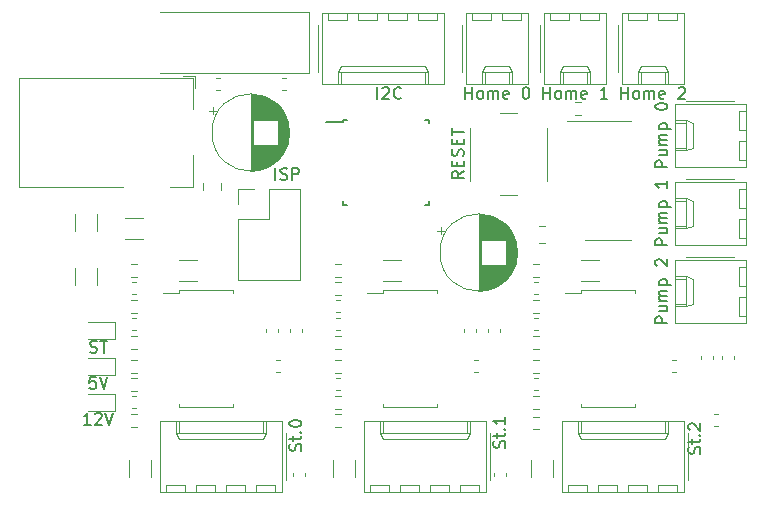
<source format=gbr>
%TF.GenerationSoftware,KiCad,Pcbnew,5.1.9+dfsg1-1*%
%TF.CreationDate,2021-12-01T21:23:14+01:00*%
%TF.ProjectId,stepper_board,73746570-7065-4725-9f62-6f6172642e6b,rev?*%
%TF.SameCoordinates,Original*%
%TF.FileFunction,Legend,Top*%
%TF.FilePolarity,Positive*%
%FSLAX46Y46*%
G04 Gerber Fmt 4.6, Leading zero omitted, Abs format (unit mm)*
G04 Created by KiCad (PCBNEW 5.1.9+dfsg1-1) date 2021-12-01 21:23:14*
%MOMM*%
%LPD*%
G01*
G04 APERTURE LIST*
%ADD10C,0.120000*%
%ADD11C,0.150000*%
G04 APERTURE END LIST*
D10*
%TO.C,C11*%
X129542000Y-84441420D02*
X129542000Y-84722580D01*
X128522000Y-84441420D02*
X128522000Y-84722580D01*
%TO.C,R34*%
X78977258Y-84821500D02*
X78502742Y-84821500D01*
X78977258Y-85866500D02*
X78502742Y-85866500D01*
%TO.C,R2*%
X95774742Y-77738500D02*
X96249258Y-77738500D01*
X95774742Y-76693500D02*
X96249258Y-76693500D01*
%TO.C,C1*%
X96152580Y-80774000D02*
X95871420Y-80774000D01*
X96152580Y-79754000D02*
X95871420Y-79754000D01*
%TO.C,C2*%
X96152580Y-82298000D02*
X95871420Y-82298000D01*
X96152580Y-81278000D02*
X95871420Y-81278000D01*
%TO.C,C3*%
X96152580Y-87378000D02*
X95871420Y-87378000D01*
X96152580Y-86358000D02*
X95871420Y-86358000D01*
%TO.C,C4*%
X106678000Y-82436580D02*
X106678000Y-82155420D01*
X107698000Y-82436580D02*
X107698000Y-82155420D01*
%TO.C,C5*%
X109730000Y-82155420D02*
X109730000Y-82436580D01*
X108710000Y-82155420D02*
X108710000Y-82436580D01*
%TO.C,C6*%
X107836580Y-84834000D02*
X107555420Y-84834000D01*
X107836580Y-85854000D02*
X107555420Y-85854000D01*
%TO.C,C7*%
X112916580Y-78230000D02*
X112635420Y-78230000D01*
X112916580Y-79250000D02*
X112635420Y-79250000D01*
%TO.C,C8*%
X112916580Y-82298000D02*
X112635420Y-82298000D01*
X112916580Y-81278000D02*
X112635420Y-81278000D01*
%TO.C,C9*%
X112916580Y-87378000D02*
X112635420Y-87378000D01*
X112916580Y-86358000D02*
X112635420Y-86358000D01*
%TO.C,C10*%
X127764000Y-84722580D02*
X127764000Y-84441420D01*
X126744000Y-84722580D02*
X126744000Y-84441420D01*
%TO.C,C12*%
X124600580Y-84834000D02*
X124319420Y-84834000D01*
X124600580Y-85854000D02*
X124319420Y-85854000D01*
%TO.C,C14*%
X104744759Y-73538000D02*
X104744759Y-74168000D01*
X104429759Y-73853000D02*
X105059759Y-73853000D01*
X111171000Y-75290000D02*
X111171000Y-76094000D01*
X111131000Y-75059000D02*
X111131000Y-76325000D01*
X111091000Y-74890000D02*
X111091000Y-76494000D01*
X111051000Y-74752000D02*
X111051000Y-76632000D01*
X111011000Y-74633000D02*
X111011000Y-76751000D01*
X110971000Y-74527000D02*
X110971000Y-76857000D01*
X110931000Y-74430000D02*
X110931000Y-76954000D01*
X110891000Y-74342000D02*
X110891000Y-77042000D01*
X110851000Y-74260000D02*
X110851000Y-77124000D01*
X110811000Y-74183000D02*
X110811000Y-77201000D01*
X110771000Y-74111000D02*
X110771000Y-77273000D01*
X110731000Y-74042000D02*
X110731000Y-77342000D01*
X110691000Y-73978000D02*
X110691000Y-77406000D01*
X110651000Y-73916000D02*
X110651000Y-77468000D01*
X110611000Y-73858000D02*
X110611000Y-77526000D01*
X110571000Y-73802000D02*
X110571000Y-77582000D01*
X110531000Y-73748000D02*
X110531000Y-77636000D01*
X110491000Y-73697000D02*
X110491000Y-77687000D01*
X110451000Y-73648000D02*
X110451000Y-77736000D01*
X110411000Y-73600000D02*
X110411000Y-77784000D01*
X110371000Y-73555000D02*
X110371000Y-77829000D01*
X110331000Y-73510000D02*
X110331000Y-77874000D01*
X110291000Y-73468000D02*
X110291000Y-77916000D01*
X110251000Y-73427000D02*
X110251000Y-77957000D01*
X110211000Y-76732000D02*
X110211000Y-77997000D01*
X110211000Y-73387000D02*
X110211000Y-74652000D01*
X110171000Y-76732000D02*
X110171000Y-78035000D01*
X110171000Y-73349000D02*
X110171000Y-74652000D01*
X110131000Y-76732000D02*
X110131000Y-78072000D01*
X110131000Y-73312000D02*
X110131000Y-74652000D01*
X110091000Y-76732000D02*
X110091000Y-78108000D01*
X110091000Y-73276000D02*
X110091000Y-74652000D01*
X110051000Y-76732000D02*
X110051000Y-78142000D01*
X110051000Y-73242000D02*
X110051000Y-74652000D01*
X110011000Y-76732000D02*
X110011000Y-78176000D01*
X110011000Y-73208000D02*
X110011000Y-74652000D01*
X109971000Y-76732000D02*
X109971000Y-78208000D01*
X109971000Y-73176000D02*
X109971000Y-74652000D01*
X109931000Y-76732000D02*
X109931000Y-78240000D01*
X109931000Y-73144000D02*
X109931000Y-74652000D01*
X109891000Y-76732000D02*
X109891000Y-78270000D01*
X109891000Y-73114000D02*
X109891000Y-74652000D01*
X109851000Y-76732000D02*
X109851000Y-78299000D01*
X109851000Y-73085000D02*
X109851000Y-74652000D01*
X109811000Y-76732000D02*
X109811000Y-78328000D01*
X109811000Y-73056000D02*
X109811000Y-74652000D01*
X109771000Y-76732000D02*
X109771000Y-78356000D01*
X109771000Y-73028000D02*
X109771000Y-74652000D01*
X109731000Y-76732000D02*
X109731000Y-78382000D01*
X109731000Y-73002000D02*
X109731000Y-74652000D01*
X109691000Y-76732000D02*
X109691000Y-78408000D01*
X109691000Y-72976000D02*
X109691000Y-74652000D01*
X109651000Y-76732000D02*
X109651000Y-78434000D01*
X109651000Y-72950000D02*
X109651000Y-74652000D01*
X109611000Y-76732000D02*
X109611000Y-78458000D01*
X109611000Y-72926000D02*
X109611000Y-74652000D01*
X109571000Y-76732000D02*
X109571000Y-78482000D01*
X109571000Y-72902000D02*
X109571000Y-74652000D01*
X109531000Y-76732000D02*
X109531000Y-78504000D01*
X109531000Y-72880000D02*
X109531000Y-74652000D01*
X109491000Y-76732000D02*
X109491000Y-78526000D01*
X109491000Y-72858000D02*
X109491000Y-74652000D01*
X109451000Y-76732000D02*
X109451000Y-78548000D01*
X109451000Y-72836000D02*
X109451000Y-74652000D01*
X109411000Y-76732000D02*
X109411000Y-78568000D01*
X109411000Y-72816000D02*
X109411000Y-74652000D01*
X109371000Y-76732000D02*
X109371000Y-78588000D01*
X109371000Y-72796000D02*
X109371000Y-74652000D01*
X109331000Y-76732000D02*
X109331000Y-78608000D01*
X109331000Y-72776000D02*
X109331000Y-74652000D01*
X109291000Y-76732000D02*
X109291000Y-78626000D01*
X109291000Y-72758000D02*
X109291000Y-74652000D01*
X109251000Y-76732000D02*
X109251000Y-78644000D01*
X109251000Y-72740000D02*
X109251000Y-74652000D01*
X109211000Y-76732000D02*
X109211000Y-78662000D01*
X109211000Y-72722000D02*
X109211000Y-74652000D01*
X109171000Y-76732000D02*
X109171000Y-78678000D01*
X109171000Y-72706000D02*
X109171000Y-74652000D01*
X109131000Y-76732000D02*
X109131000Y-78694000D01*
X109131000Y-72690000D02*
X109131000Y-74652000D01*
X109091000Y-76732000D02*
X109091000Y-78710000D01*
X109091000Y-72674000D02*
X109091000Y-74652000D01*
X109051000Y-76732000D02*
X109051000Y-78725000D01*
X109051000Y-72659000D02*
X109051000Y-74652000D01*
X109011000Y-76732000D02*
X109011000Y-78739000D01*
X109011000Y-72645000D02*
X109011000Y-74652000D01*
X108971000Y-76732000D02*
X108971000Y-78753000D01*
X108971000Y-72631000D02*
X108971000Y-74652000D01*
X108931000Y-76732000D02*
X108931000Y-78766000D01*
X108931000Y-72618000D02*
X108931000Y-74652000D01*
X108891000Y-76732000D02*
X108891000Y-78778000D01*
X108891000Y-72606000D02*
X108891000Y-74652000D01*
X108851000Y-76732000D02*
X108851000Y-78790000D01*
X108851000Y-72594000D02*
X108851000Y-74652000D01*
X108811000Y-76732000D02*
X108811000Y-78802000D01*
X108811000Y-72582000D02*
X108811000Y-74652000D01*
X108771000Y-76732000D02*
X108771000Y-78813000D01*
X108771000Y-72571000D02*
X108771000Y-74652000D01*
X108731000Y-76732000D02*
X108731000Y-78823000D01*
X108731000Y-72561000D02*
X108731000Y-74652000D01*
X108691000Y-76732000D02*
X108691000Y-78833000D01*
X108691000Y-72551000D02*
X108691000Y-74652000D01*
X108651000Y-76732000D02*
X108651000Y-78842000D01*
X108651000Y-72542000D02*
X108651000Y-74652000D01*
X108610000Y-76732000D02*
X108610000Y-78851000D01*
X108610000Y-72533000D02*
X108610000Y-74652000D01*
X108570000Y-76732000D02*
X108570000Y-78859000D01*
X108570000Y-72525000D02*
X108570000Y-74652000D01*
X108530000Y-76732000D02*
X108530000Y-78867000D01*
X108530000Y-72517000D02*
X108530000Y-74652000D01*
X108490000Y-76732000D02*
X108490000Y-78874000D01*
X108490000Y-72510000D02*
X108490000Y-74652000D01*
X108450000Y-76732000D02*
X108450000Y-78881000D01*
X108450000Y-72503000D02*
X108450000Y-74652000D01*
X108410000Y-76732000D02*
X108410000Y-78887000D01*
X108410000Y-72497000D02*
X108410000Y-74652000D01*
X108370000Y-76732000D02*
X108370000Y-78893000D01*
X108370000Y-72491000D02*
X108370000Y-74652000D01*
X108330000Y-76732000D02*
X108330000Y-78898000D01*
X108330000Y-72486000D02*
X108330000Y-74652000D01*
X108290000Y-76732000D02*
X108290000Y-78903000D01*
X108290000Y-72481000D02*
X108290000Y-74652000D01*
X108250000Y-76732000D02*
X108250000Y-78907000D01*
X108250000Y-72477000D02*
X108250000Y-74652000D01*
X108210000Y-76732000D02*
X108210000Y-78910000D01*
X108210000Y-72474000D02*
X108210000Y-74652000D01*
X108170000Y-76732000D02*
X108170000Y-78914000D01*
X108170000Y-72470000D02*
X108170000Y-74652000D01*
X108130000Y-72468000D02*
X108130000Y-78916000D01*
X108090000Y-72465000D02*
X108090000Y-78919000D01*
X108050000Y-72464000D02*
X108050000Y-78920000D01*
X108010000Y-72462000D02*
X108010000Y-78922000D01*
X107970000Y-72462000D02*
X107970000Y-78922000D01*
X107930000Y-72462000D02*
X107930000Y-78922000D01*
X111200000Y-75692000D02*
G75*
G03*
X111200000Y-75692000I-3270000J0D01*
G01*
%TO.C,C16*%
X113022748Y-74903000D02*
X113545252Y-74903000D01*
X113022748Y-73433000D02*
X113545252Y-73433000D01*
%TO.C,C18*%
X91896000Y-65532000D02*
G75*
G03*
X91896000Y-65532000I-3270000J0D01*
G01*
X88626000Y-62302000D02*
X88626000Y-68762000D01*
X88666000Y-62302000D02*
X88666000Y-68762000D01*
X88706000Y-62302000D02*
X88706000Y-68762000D01*
X88746000Y-62304000D02*
X88746000Y-68760000D01*
X88786000Y-62305000D02*
X88786000Y-68759000D01*
X88826000Y-62308000D02*
X88826000Y-68756000D01*
X88866000Y-62310000D02*
X88866000Y-64492000D01*
X88866000Y-66572000D02*
X88866000Y-68754000D01*
X88906000Y-62314000D02*
X88906000Y-64492000D01*
X88906000Y-66572000D02*
X88906000Y-68750000D01*
X88946000Y-62317000D02*
X88946000Y-64492000D01*
X88946000Y-66572000D02*
X88946000Y-68747000D01*
X88986000Y-62321000D02*
X88986000Y-64492000D01*
X88986000Y-66572000D02*
X88986000Y-68743000D01*
X89026000Y-62326000D02*
X89026000Y-64492000D01*
X89026000Y-66572000D02*
X89026000Y-68738000D01*
X89066000Y-62331000D02*
X89066000Y-64492000D01*
X89066000Y-66572000D02*
X89066000Y-68733000D01*
X89106000Y-62337000D02*
X89106000Y-64492000D01*
X89106000Y-66572000D02*
X89106000Y-68727000D01*
X89146000Y-62343000D02*
X89146000Y-64492000D01*
X89146000Y-66572000D02*
X89146000Y-68721000D01*
X89186000Y-62350000D02*
X89186000Y-64492000D01*
X89186000Y-66572000D02*
X89186000Y-68714000D01*
X89226000Y-62357000D02*
X89226000Y-64492000D01*
X89226000Y-66572000D02*
X89226000Y-68707000D01*
X89266000Y-62365000D02*
X89266000Y-64492000D01*
X89266000Y-66572000D02*
X89266000Y-68699000D01*
X89306000Y-62373000D02*
X89306000Y-64492000D01*
X89306000Y-66572000D02*
X89306000Y-68691000D01*
X89347000Y-62382000D02*
X89347000Y-64492000D01*
X89347000Y-66572000D02*
X89347000Y-68682000D01*
X89387000Y-62391000D02*
X89387000Y-64492000D01*
X89387000Y-66572000D02*
X89387000Y-68673000D01*
X89427000Y-62401000D02*
X89427000Y-64492000D01*
X89427000Y-66572000D02*
X89427000Y-68663000D01*
X89467000Y-62411000D02*
X89467000Y-64492000D01*
X89467000Y-66572000D02*
X89467000Y-68653000D01*
X89507000Y-62422000D02*
X89507000Y-64492000D01*
X89507000Y-66572000D02*
X89507000Y-68642000D01*
X89547000Y-62434000D02*
X89547000Y-64492000D01*
X89547000Y-66572000D02*
X89547000Y-68630000D01*
X89587000Y-62446000D02*
X89587000Y-64492000D01*
X89587000Y-66572000D02*
X89587000Y-68618000D01*
X89627000Y-62458000D02*
X89627000Y-64492000D01*
X89627000Y-66572000D02*
X89627000Y-68606000D01*
X89667000Y-62471000D02*
X89667000Y-64492000D01*
X89667000Y-66572000D02*
X89667000Y-68593000D01*
X89707000Y-62485000D02*
X89707000Y-64492000D01*
X89707000Y-66572000D02*
X89707000Y-68579000D01*
X89747000Y-62499000D02*
X89747000Y-64492000D01*
X89747000Y-66572000D02*
X89747000Y-68565000D01*
X89787000Y-62514000D02*
X89787000Y-64492000D01*
X89787000Y-66572000D02*
X89787000Y-68550000D01*
X89827000Y-62530000D02*
X89827000Y-64492000D01*
X89827000Y-66572000D02*
X89827000Y-68534000D01*
X89867000Y-62546000D02*
X89867000Y-64492000D01*
X89867000Y-66572000D02*
X89867000Y-68518000D01*
X89907000Y-62562000D02*
X89907000Y-64492000D01*
X89907000Y-66572000D02*
X89907000Y-68502000D01*
X89947000Y-62580000D02*
X89947000Y-64492000D01*
X89947000Y-66572000D02*
X89947000Y-68484000D01*
X89987000Y-62598000D02*
X89987000Y-64492000D01*
X89987000Y-66572000D02*
X89987000Y-68466000D01*
X90027000Y-62616000D02*
X90027000Y-64492000D01*
X90027000Y-66572000D02*
X90027000Y-68448000D01*
X90067000Y-62636000D02*
X90067000Y-64492000D01*
X90067000Y-66572000D02*
X90067000Y-68428000D01*
X90107000Y-62656000D02*
X90107000Y-64492000D01*
X90107000Y-66572000D02*
X90107000Y-68408000D01*
X90147000Y-62676000D02*
X90147000Y-64492000D01*
X90147000Y-66572000D02*
X90147000Y-68388000D01*
X90187000Y-62698000D02*
X90187000Y-64492000D01*
X90187000Y-66572000D02*
X90187000Y-68366000D01*
X90227000Y-62720000D02*
X90227000Y-64492000D01*
X90227000Y-66572000D02*
X90227000Y-68344000D01*
X90267000Y-62742000D02*
X90267000Y-64492000D01*
X90267000Y-66572000D02*
X90267000Y-68322000D01*
X90307000Y-62766000D02*
X90307000Y-64492000D01*
X90307000Y-66572000D02*
X90307000Y-68298000D01*
X90347000Y-62790000D02*
X90347000Y-64492000D01*
X90347000Y-66572000D02*
X90347000Y-68274000D01*
X90387000Y-62816000D02*
X90387000Y-64492000D01*
X90387000Y-66572000D02*
X90387000Y-68248000D01*
X90427000Y-62842000D02*
X90427000Y-64492000D01*
X90427000Y-66572000D02*
X90427000Y-68222000D01*
X90467000Y-62868000D02*
X90467000Y-64492000D01*
X90467000Y-66572000D02*
X90467000Y-68196000D01*
X90507000Y-62896000D02*
X90507000Y-64492000D01*
X90507000Y-66572000D02*
X90507000Y-68168000D01*
X90547000Y-62925000D02*
X90547000Y-64492000D01*
X90547000Y-66572000D02*
X90547000Y-68139000D01*
X90587000Y-62954000D02*
X90587000Y-64492000D01*
X90587000Y-66572000D02*
X90587000Y-68110000D01*
X90627000Y-62984000D02*
X90627000Y-64492000D01*
X90627000Y-66572000D02*
X90627000Y-68080000D01*
X90667000Y-63016000D02*
X90667000Y-64492000D01*
X90667000Y-66572000D02*
X90667000Y-68048000D01*
X90707000Y-63048000D02*
X90707000Y-64492000D01*
X90707000Y-66572000D02*
X90707000Y-68016000D01*
X90747000Y-63082000D02*
X90747000Y-64492000D01*
X90747000Y-66572000D02*
X90747000Y-67982000D01*
X90787000Y-63116000D02*
X90787000Y-64492000D01*
X90787000Y-66572000D02*
X90787000Y-67948000D01*
X90827000Y-63152000D02*
X90827000Y-64492000D01*
X90827000Y-66572000D02*
X90827000Y-67912000D01*
X90867000Y-63189000D02*
X90867000Y-64492000D01*
X90867000Y-66572000D02*
X90867000Y-67875000D01*
X90907000Y-63227000D02*
X90907000Y-64492000D01*
X90907000Y-66572000D02*
X90907000Y-67837000D01*
X90947000Y-63267000D02*
X90947000Y-67797000D01*
X90987000Y-63308000D02*
X90987000Y-67756000D01*
X91027000Y-63350000D02*
X91027000Y-67714000D01*
X91067000Y-63395000D02*
X91067000Y-67669000D01*
X91107000Y-63440000D02*
X91107000Y-67624000D01*
X91147000Y-63488000D02*
X91147000Y-67576000D01*
X91187000Y-63537000D02*
X91187000Y-67527000D01*
X91227000Y-63588000D02*
X91227000Y-67476000D01*
X91267000Y-63642000D02*
X91267000Y-67422000D01*
X91307000Y-63698000D02*
X91307000Y-67366000D01*
X91347000Y-63756000D02*
X91347000Y-67308000D01*
X91387000Y-63818000D02*
X91387000Y-67246000D01*
X91427000Y-63882000D02*
X91427000Y-67182000D01*
X91467000Y-63951000D02*
X91467000Y-67113000D01*
X91507000Y-64023000D02*
X91507000Y-67041000D01*
X91547000Y-64100000D02*
X91547000Y-66964000D01*
X91587000Y-64182000D02*
X91587000Y-66882000D01*
X91627000Y-64270000D02*
X91627000Y-66794000D01*
X91667000Y-64367000D02*
X91667000Y-66697000D01*
X91707000Y-64473000D02*
X91707000Y-66591000D01*
X91747000Y-64592000D02*
X91747000Y-66472000D01*
X91787000Y-64730000D02*
X91787000Y-66334000D01*
X91827000Y-64899000D02*
X91827000Y-66165000D01*
X91867000Y-65130000D02*
X91867000Y-65934000D01*
X85125759Y-63693000D02*
X85755759Y-63693000D01*
X85440759Y-63378000D02*
X85440759Y-64008000D01*
%TO.C,C19*%
X86079000Y-69842748D02*
X86079000Y-70365252D01*
X84609000Y-69842748D02*
X84609000Y-70365252D01*
%TO.C,C20*%
X91580580Y-61978000D02*
X91299420Y-61978000D01*
X91580580Y-60958000D02*
X91299420Y-60958000D01*
%TO.C,C24*%
X85711420Y-61978000D02*
X85992580Y-61978000D01*
X85711420Y-60958000D02*
X85992580Y-60958000D01*
%TO.C,C25*%
X78880580Y-78230000D02*
X78599420Y-78230000D01*
X78880580Y-79250000D02*
X78599420Y-79250000D01*
%TO.C,C26*%
X78880580Y-82298000D02*
X78599420Y-82298000D01*
X78880580Y-81278000D02*
X78599420Y-81278000D01*
%TO.C,C27*%
X78880580Y-87882000D02*
X78599420Y-87882000D01*
X78880580Y-88902000D02*
X78599420Y-88902000D01*
%TO.C,C28*%
X90934000Y-82436580D02*
X90934000Y-82155420D01*
X89914000Y-82436580D02*
X89914000Y-82155420D01*
%TO.C,C29*%
X91946000Y-82155420D02*
X91946000Y-82436580D01*
X92966000Y-82155420D02*
X92966000Y-82436580D01*
%TO.C,C30*%
X91072580Y-84834000D02*
X90791420Y-84834000D01*
X91072580Y-85854000D02*
X90791420Y-85854000D01*
%TO.C,ST*%
X77177000Y-81561000D02*
X74892000Y-81561000D01*
X77177000Y-83031000D02*
X77177000Y-81561000D01*
X74892000Y-83031000D02*
X77177000Y-83031000D01*
%TO.C,5V*%
X74892000Y-86079000D02*
X77177000Y-86079000D01*
X77177000Y-86079000D02*
X77177000Y-84609000D01*
X77177000Y-84609000D02*
X74892000Y-84609000D01*
%TO.C,12V*%
X77177000Y-87657000D02*
X74892000Y-87657000D01*
X77177000Y-89127000D02*
X77177000Y-87657000D01*
X74892000Y-89127000D02*
X77177000Y-89127000D01*
%TO.C,St.1*%
X98768000Y-95394000D02*
X98768000Y-95994000D01*
X100368000Y-95394000D02*
X98768000Y-95394000D01*
X100368000Y-95994000D02*
X100368000Y-95394000D01*
X101308000Y-95394000D02*
X101308000Y-95994000D01*
X102908000Y-95394000D02*
X101308000Y-95394000D01*
X102908000Y-95994000D02*
X102908000Y-95394000D01*
X103848000Y-95394000D02*
X103848000Y-95994000D01*
X105448000Y-95394000D02*
X103848000Y-95394000D01*
X105448000Y-95994000D02*
X105448000Y-95394000D01*
X106388000Y-95394000D02*
X106388000Y-95994000D01*
X107988000Y-95394000D02*
X106388000Y-95394000D01*
X107988000Y-95994000D02*
X107988000Y-95394000D01*
X99818000Y-89974000D02*
X99818000Y-90974000D01*
X106938000Y-89974000D02*
X106938000Y-90974000D01*
X99818000Y-91504000D02*
X99568000Y-90974000D01*
X106938000Y-91504000D02*
X99818000Y-91504000D01*
X107188000Y-90974000D02*
X106938000Y-91504000D01*
X99568000Y-90974000D02*
X99568000Y-89974000D01*
X107188000Y-90974000D02*
X99568000Y-90974000D01*
X107188000Y-89974000D02*
X107188000Y-90974000D01*
X108858000Y-94964000D02*
X108858000Y-90964000D01*
X98188000Y-95994000D02*
X108568000Y-95994000D01*
X98188000Y-89974000D02*
X98188000Y-95994000D01*
X108568000Y-89974000D02*
X98188000Y-89974000D01*
X108568000Y-95994000D02*
X108568000Y-89974000D01*
%TO.C,St.2*%
X125332000Y-95994000D02*
X125332000Y-89974000D01*
X125332000Y-89974000D02*
X114952000Y-89974000D01*
X114952000Y-89974000D02*
X114952000Y-95994000D01*
X114952000Y-95994000D02*
X125332000Y-95994000D01*
X125622000Y-94964000D02*
X125622000Y-90964000D01*
X123952000Y-89974000D02*
X123952000Y-90974000D01*
X123952000Y-90974000D02*
X116332000Y-90974000D01*
X116332000Y-90974000D02*
X116332000Y-89974000D01*
X123952000Y-90974000D02*
X123702000Y-91504000D01*
X123702000Y-91504000D02*
X116582000Y-91504000D01*
X116582000Y-91504000D02*
X116332000Y-90974000D01*
X123702000Y-89974000D02*
X123702000Y-90974000D01*
X116582000Y-89974000D02*
X116582000Y-90974000D01*
X124752000Y-95994000D02*
X124752000Y-95394000D01*
X124752000Y-95394000D02*
X123152000Y-95394000D01*
X123152000Y-95394000D02*
X123152000Y-95994000D01*
X122212000Y-95994000D02*
X122212000Y-95394000D01*
X122212000Y-95394000D02*
X120612000Y-95394000D01*
X120612000Y-95394000D02*
X120612000Y-95994000D01*
X119672000Y-95994000D02*
X119672000Y-95394000D01*
X119672000Y-95394000D02*
X118072000Y-95394000D01*
X118072000Y-95394000D02*
X118072000Y-95994000D01*
X117132000Y-95994000D02*
X117132000Y-95394000D01*
X117132000Y-95394000D02*
X115532000Y-95394000D01*
X115532000Y-95394000D02*
X115532000Y-95994000D01*
%TO.C,Pump 0*%
X130538000Y-63136000D02*
X124518000Y-63136000D01*
X124518000Y-63136000D02*
X124518000Y-68436000D01*
X124518000Y-68436000D02*
X130538000Y-68436000D01*
X130538000Y-68436000D02*
X130538000Y-63136000D01*
X129508000Y-62846000D02*
X125508000Y-62846000D01*
X124518000Y-64516000D02*
X125518000Y-64516000D01*
X125518000Y-64516000D02*
X125518000Y-67056000D01*
X125518000Y-67056000D02*
X124518000Y-67056000D01*
X125518000Y-64516000D02*
X126048000Y-64766000D01*
X126048000Y-64766000D02*
X126048000Y-66806000D01*
X126048000Y-66806000D02*
X125518000Y-67056000D01*
X124518000Y-64766000D02*
X125518000Y-64766000D01*
X124518000Y-66806000D02*
X125518000Y-66806000D01*
X130538000Y-63716000D02*
X129938000Y-63716000D01*
X129938000Y-63716000D02*
X129938000Y-65316000D01*
X129938000Y-65316000D02*
X130538000Y-65316000D01*
X130538000Y-66256000D02*
X129938000Y-66256000D01*
X129938000Y-66256000D02*
X129938000Y-67856000D01*
X129938000Y-67856000D02*
X130538000Y-67856000D01*
%TO.C,Pump 1*%
X130538000Y-69740000D02*
X124518000Y-69740000D01*
X124518000Y-69740000D02*
X124518000Y-75040000D01*
X124518000Y-75040000D02*
X130538000Y-75040000D01*
X130538000Y-75040000D02*
X130538000Y-69740000D01*
X129508000Y-69450000D02*
X125508000Y-69450000D01*
X124518000Y-71120000D02*
X125518000Y-71120000D01*
X125518000Y-71120000D02*
X125518000Y-73660000D01*
X125518000Y-73660000D02*
X124518000Y-73660000D01*
X125518000Y-71120000D02*
X126048000Y-71370000D01*
X126048000Y-71370000D02*
X126048000Y-73410000D01*
X126048000Y-73410000D02*
X125518000Y-73660000D01*
X124518000Y-71370000D02*
X125518000Y-71370000D01*
X124518000Y-73410000D02*
X125518000Y-73410000D01*
X130538000Y-70320000D02*
X129938000Y-70320000D01*
X129938000Y-70320000D02*
X129938000Y-71920000D01*
X129938000Y-71920000D02*
X130538000Y-71920000D01*
X130538000Y-72860000D02*
X129938000Y-72860000D01*
X129938000Y-72860000D02*
X129938000Y-74460000D01*
X129938000Y-74460000D02*
X130538000Y-74460000D01*
%TO.C,Pump 2*%
X130538000Y-76344000D02*
X124518000Y-76344000D01*
X124518000Y-76344000D02*
X124518000Y-81644000D01*
X124518000Y-81644000D02*
X130538000Y-81644000D01*
X130538000Y-81644000D02*
X130538000Y-76344000D01*
X129508000Y-76054000D02*
X125508000Y-76054000D01*
X124518000Y-77724000D02*
X125518000Y-77724000D01*
X125518000Y-77724000D02*
X125518000Y-80264000D01*
X125518000Y-80264000D02*
X124518000Y-80264000D01*
X125518000Y-77724000D02*
X126048000Y-77974000D01*
X126048000Y-77974000D02*
X126048000Y-80014000D01*
X126048000Y-80014000D02*
X125518000Y-80264000D01*
X124518000Y-77974000D02*
X125518000Y-77974000D01*
X124518000Y-80014000D02*
X125518000Y-80014000D01*
X130538000Y-76924000D02*
X129938000Y-76924000D01*
X129938000Y-76924000D02*
X129938000Y-78524000D01*
X129938000Y-78524000D02*
X130538000Y-78524000D01*
X130538000Y-79464000D02*
X129938000Y-79464000D01*
X129938000Y-79464000D02*
X129938000Y-81064000D01*
X129938000Y-81064000D02*
X130538000Y-81064000D01*
%TO.C,Home 0*%
X111544000Y-55990000D02*
X111544000Y-55390000D01*
X109944000Y-55990000D02*
X111544000Y-55990000D01*
X109944000Y-55390000D02*
X109944000Y-55990000D01*
X109004000Y-55990000D02*
X109004000Y-55390000D01*
X107404000Y-55990000D02*
X109004000Y-55990000D01*
X107404000Y-55390000D02*
X107404000Y-55990000D01*
X110494000Y-61410000D02*
X110494000Y-60410000D01*
X108454000Y-61410000D02*
X108454000Y-60410000D01*
X110494000Y-59880000D02*
X110744000Y-60410000D01*
X108454000Y-59880000D02*
X110494000Y-59880000D01*
X108204000Y-60410000D02*
X108454000Y-59880000D01*
X110744000Y-60410000D02*
X110744000Y-61410000D01*
X108204000Y-60410000D02*
X110744000Y-60410000D01*
X108204000Y-61410000D02*
X108204000Y-60410000D01*
X106534000Y-56420000D02*
X106534000Y-60420000D01*
X112124000Y-55390000D02*
X106824000Y-55390000D01*
X112124000Y-61410000D02*
X112124000Y-55390000D01*
X106824000Y-61410000D02*
X112124000Y-61410000D01*
X106824000Y-55390000D02*
X106824000Y-61410000D01*
%TO.C,Home 1*%
X118148000Y-55990000D02*
X118148000Y-55390000D01*
X116548000Y-55990000D02*
X118148000Y-55990000D01*
X116548000Y-55390000D02*
X116548000Y-55990000D01*
X115608000Y-55990000D02*
X115608000Y-55390000D01*
X114008000Y-55990000D02*
X115608000Y-55990000D01*
X114008000Y-55390000D02*
X114008000Y-55990000D01*
X117098000Y-61410000D02*
X117098000Y-60410000D01*
X115058000Y-61410000D02*
X115058000Y-60410000D01*
X117098000Y-59880000D02*
X117348000Y-60410000D01*
X115058000Y-59880000D02*
X117098000Y-59880000D01*
X114808000Y-60410000D02*
X115058000Y-59880000D01*
X117348000Y-60410000D02*
X117348000Y-61410000D01*
X114808000Y-60410000D02*
X117348000Y-60410000D01*
X114808000Y-61410000D02*
X114808000Y-60410000D01*
X113138000Y-56420000D02*
X113138000Y-60420000D01*
X118728000Y-55390000D02*
X113428000Y-55390000D01*
X118728000Y-61410000D02*
X118728000Y-55390000D01*
X113428000Y-61410000D02*
X118728000Y-61410000D01*
X113428000Y-55390000D02*
X113428000Y-61410000D01*
%TO.C,Home 2*%
X124752000Y-55990000D02*
X124752000Y-55390000D01*
X123152000Y-55990000D02*
X124752000Y-55990000D01*
X123152000Y-55390000D02*
X123152000Y-55990000D01*
X122212000Y-55990000D02*
X122212000Y-55390000D01*
X120612000Y-55990000D02*
X122212000Y-55990000D01*
X120612000Y-55390000D02*
X120612000Y-55990000D01*
X123702000Y-61410000D02*
X123702000Y-60410000D01*
X121662000Y-61410000D02*
X121662000Y-60410000D01*
X123702000Y-59880000D02*
X123952000Y-60410000D01*
X121662000Y-59880000D02*
X123702000Y-59880000D01*
X121412000Y-60410000D02*
X121662000Y-59880000D01*
X123952000Y-60410000D02*
X123952000Y-61410000D01*
X121412000Y-60410000D02*
X123952000Y-60410000D01*
X121412000Y-61410000D02*
X121412000Y-60410000D01*
X119742000Y-56420000D02*
X119742000Y-60420000D01*
X125332000Y-55390000D02*
X120032000Y-55390000D01*
X125332000Y-61410000D02*
X125332000Y-55390000D01*
X120032000Y-61410000D02*
X125332000Y-61410000D01*
X120032000Y-55390000D02*
X120032000Y-61410000D01*
%TO.C,I2C*%
X104432000Y-55990000D02*
X104432000Y-55390000D01*
X102832000Y-55990000D02*
X104432000Y-55990000D01*
X102832000Y-55390000D02*
X102832000Y-55990000D01*
X101892000Y-55990000D02*
X101892000Y-55390000D01*
X100292000Y-55990000D02*
X101892000Y-55990000D01*
X100292000Y-55390000D02*
X100292000Y-55990000D01*
X99352000Y-55990000D02*
X99352000Y-55390000D01*
X97752000Y-55990000D02*
X99352000Y-55990000D01*
X97752000Y-55390000D02*
X97752000Y-55990000D01*
X96812000Y-55990000D02*
X96812000Y-55390000D01*
X95212000Y-55990000D02*
X96812000Y-55990000D01*
X95212000Y-55390000D02*
X95212000Y-55990000D01*
X103382000Y-61410000D02*
X103382000Y-60410000D01*
X96262000Y-61410000D02*
X96262000Y-60410000D01*
X103382000Y-59880000D02*
X103632000Y-60410000D01*
X96262000Y-59880000D02*
X103382000Y-59880000D01*
X96012000Y-60410000D02*
X96262000Y-59880000D01*
X103632000Y-60410000D02*
X103632000Y-61410000D01*
X96012000Y-60410000D02*
X103632000Y-60410000D01*
X96012000Y-61410000D02*
X96012000Y-60410000D01*
X94342000Y-56420000D02*
X94342000Y-60420000D01*
X105012000Y-55390000D02*
X94632000Y-55390000D01*
X105012000Y-61410000D02*
X105012000Y-55390000D01*
X94632000Y-61410000D02*
X105012000Y-61410000D01*
X94632000Y-55390000D02*
X94632000Y-61410000D01*
%TO.C,ISP*%
X87570000Y-70298000D02*
X88900000Y-70298000D01*
X87570000Y-71628000D02*
X87570000Y-70298000D01*
X90170000Y-70298000D02*
X92770000Y-70298000D01*
X90170000Y-72898000D02*
X90170000Y-70298000D01*
X87570000Y-72898000D02*
X90170000Y-72898000D01*
X92770000Y-70298000D02*
X92770000Y-78038000D01*
X87570000Y-72898000D02*
X87570000Y-78038000D01*
X87570000Y-78038000D02*
X92770000Y-78038000D01*
%TO.C,St.0*%
X91296000Y-95994000D02*
X91296000Y-89974000D01*
X91296000Y-89974000D02*
X80916000Y-89974000D01*
X80916000Y-89974000D02*
X80916000Y-95994000D01*
X80916000Y-95994000D02*
X91296000Y-95994000D01*
X91586000Y-94964000D02*
X91586000Y-90964000D01*
X89916000Y-89974000D02*
X89916000Y-90974000D01*
X89916000Y-90974000D02*
X82296000Y-90974000D01*
X82296000Y-90974000D02*
X82296000Y-89974000D01*
X89916000Y-90974000D02*
X89666000Y-91504000D01*
X89666000Y-91504000D02*
X82546000Y-91504000D01*
X82546000Y-91504000D02*
X82296000Y-90974000D01*
X89666000Y-89974000D02*
X89666000Y-90974000D01*
X82546000Y-89974000D02*
X82546000Y-90974000D01*
X90716000Y-95994000D02*
X90716000Y-95394000D01*
X90716000Y-95394000D02*
X89116000Y-95394000D01*
X89116000Y-95394000D02*
X89116000Y-95994000D01*
X88176000Y-95994000D02*
X88176000Y-95394000D01*
X88176000Y-95394000D02*
X86576000Y-95394000D01*
X86576000Y-95394000D02*
X86576000Y-95994000D01*
X85636000Y-95994000D02*
X85636000Y-95394000D01*
X85636000Y-95394000D02*
X84036000Y-95394000D01*
X84036000Y-95394000D02*
X84036000Y-95994000D01*
X83096000Y-95994000D02*
X83096000Y-95394000D01*
X83096000Y-95394000D02*
X81496000Y-95394000D01*
X81496000Y-95394000D02*
X81496000Y-95994000D01*
%TO.C,R1*%
X96249258Y-82789500D02*
X95774742Y-82789500D01*
X96249258Y-83834500D02*
X95774742Y-83834500D01*
%TO.C,R3*%
X96249258Y-79262500D02*
X95774742Y-79262500D01*
X96249258Y-78217500D02*
X95774742Y-78217500D01*
%TO.C,R4*%
X96249258Y-88914500D02*
X95774742Y-88914500D01*
X96249258Y-87869500D02*
X95774742Y-87869500D01*
%TO.C,R5*%
X96249258Y-90438500D02*
X95774742Y-90438500D01*
X96249258Y-89393500D02*
X95774742Y-89393500D01*
%TO.C,R6*%
X96249258Y-84821500D02*
X95774742Y-84821500D01*
X96249258Y-85866500D02*
X95774742Y-85866500D01*
%TO.C,R7*%
X99856936Y-76306000D02*
X101311064Y-76306000D01*
X99856936Y-78126000D02*
X101311064Y-78126000D01*
%TO.C,R8*%
X97430000Y-93252936D02*
X97430000Y-94707064D01*
X95610000Y-93252936D02*
X95610000Y-94707064D01*
%TO.C,R9*%
X113013258Y-83834500D02*
X112538742Y-83834500D01*
X113013258Y-82789500D02*
X112538742Y-82789500D01*
%TO.C,R10*%
X112538742Y-76693500D02*
X113013258Y-76693500D01*
X112538742Y-77738500D02*
X113013258Y-77738500D01*
%TO.C,R11*%
X113013258Y-79741500D02*
X112538742Y-79741500D01*
X113013258Y-80786500D02*
X112538742Y-80786500D01*
%TO.C,R12*%
X113013258Y-87869500D02*
X112538742Y-87869500D01*
X113013258Y-88914500D02*
X112538742Y-88914500D01*
%TO.C,R13*%
X113013258Y-89584500D02*
X112538742Y-89584500D01*
X113013258Y-90629500D02*
X112538742Y-90629500D01*
%TO.C,R14*%
X113013258Y-85866500D02*
X112538742Y-85866500D01*
X113013258Y-84821500D02*
X112538742Y-84821500D01*
%TO.C,R15*%
X116620936Y-76306000D02*
X118075064Y-76306000D01*
X116620936Y-78126000D02*
X118075064Y-78126000D01*
%TO.C,R16*%
X112374000Y-93252936D02*
X112374000Y-94707064D01*
X114194000Y-93252936D02*
X114194000Y-94707064D01*
%TO.C,R25*%
X79467064Y-74570000D02*
X78012936Y-74570000D01*
X79467064Y-72750000D02*
X78012936Y-72750000D01*
%TO.C,R26*%
X73766000Y-72424936D02*
X73766000Y-73879064D01*
X75586000Y-72424936D02*
X75586000Y-73879064D01*
%TO.C,R27*%
X73766000Y-76996936D02*
X73766000Y-78451064D01*
X75586000Y-76996936D02*
X75586000Y-78451064D01*
%TO.C,R28*%
X116569258Y-62977500D02*
X116094742Y-62977500D01*
X116569258Y-64022500D02*
X116094742Y-64022500D01*
%TO.C,R29*%
X78977258Y-83834500D02*
X78502742Y-83834500D01*
X78977258Y-82789500D02*
X78502742Y-82789500D01*
%TO.C,R30*%
X78502742Y-77738500D02*
X78977258Y-77738500D01*
X78502742Y-76693500D02*
X78977258Y-76693500D01*
%TO.C,R31*%
X78977258Y-80786500D02*
X78502742Y-80786500D01*
X78977258Y-79741500D02*
X78502742Y-79741500D01*
%TO.C,R32*%
X78977258Y-86345500D02*
X78502742Y-86345500D01*
X78977258Y-87390500D02*
X78502742Y-87390500D01*
%TO.C,R33*%
X78977258Y-90438500D02*
X78502742Y-90438500D01*
X78977258Y-89393500D02*
X78502742Y-89393500D01*
%TO.C,R35*%
X82584936Y-78126000D02*
X84039064Y-78126000D01*
X82584936Y-76306000D02*
X84039064Y-76306000D01*
%TO.C,R36*%
X78338000Y-93252936D02*
X78338000Y-94707064D01*
X80158000Y-93252936D02*
X80158000Y-94707064D01*
%TO.C,RESET*%
X111204000Y-63862000D02*
X109704000Y-63862000D01*
X107204000Y-65112000D02*
X107204000Y-69612000D01*
X109704000Y-70862000D02*
X111204000Y-70862000D01*
X113704000Y-69612000D02*
X113704000Y-65112000D01*
D11*
%TO.C,U1*%
X96451000Y-64672000D02*
X95026000Y-64672000D01*
X103701000Y-64447000D02*
X103376000Y-64447000D01*
X103701000Y-71697000D02*
X103376000Y-71697000D01*
X96451000Y-71697000D02*
X96776000Y-71697000D01*
X96451000Y-64447000D02*
X96776000Y-64447000D01*
X96451000Y-71697000D02*
X96451000Y-71372000D01*
X103701000Y-71697000D02*
X103701000Y-71372000D01*
X103701000Y-64447000D02*
X103701000Y-64772000D01*
X96451000Y-64447000D02*
X96451000Y-64672000D01*
D10*
%TO.C,U2*%
X84836000Y-88780000D02*
X87146000Y-88780000D01*
X87146000Y-88780000D02*
X87146000Y-88505000D01*
X84836000Y-88780000D02*
X82526000Y-88780000D01*
X82526000Y-88780000D02*
X82526000Y-88505000D01*
X84836000Y-78860000D02*
X87146000Y-78860000D01*
X87146000Y-78860000D02*
X87146000Y-79135000D01*
X84836000Y-78860000D02*
X82526000Y-78860000D01*
X82526000Y-78860000D02*
X82526000Y-79135000D01*
X82526000Y-79135000D02*
X81236000Y-79135000D01*
%TO.C,U3*%
X118872000Y-64536000D02*
X115422000Y-64536000D01*
X118872000Y-64536000D02*
X120822000Y-64536000D01*
X118872000Y-74656000D02*
X116922000Y-74656000D01*
X118872000Y-74656000D02*
X120822000Y-74656000D01*
%TO.C,U4*%
X99798000Y-79135000D02*
X98508000Y-79135000D01*
X99798000Y-78860000D02*
X99798000Y-79135000D01*
X102108000Y-78860000D02*
X99798000Y-78860000D01*
X104418000Y-78860000D02*
X104418000Y-79135000D01*
X102108000Y-78860000D02*
X104418000Y-78860000D01*
X99798000Y-88780000D02*
X99798000Y-88505000D01*
X102108000Y-88780000D02*
X99798000Y-88780000D01*
X104418000Y-88780000D02*
X104418000Y-88505000D01*
X102108000Y-88780000D02*
X104418000Y-88780000D01*
%TO.C,U5*%
X116562000Y-79135000D02*
X115272000Y-79135000D01*
X116562000Y-78860000D02*
X116562000Y-79135000D01*
X118872000Y-78860000D02*
X116562000Y-78860000D01*
X121182000Y-78860000D02*
X121182000Y-79135000D01*
X118872000Y-78860000D02*
X121182000Y-78860000D01*
X116562000Y-88780000D02*
X116562000Y-88505000D01*
X118872000Y-88780000D02*
X116562000Y-88780000D01*
X121182000Y-88780000D02*
X121182000Y-88505000D01*
X118872000Y-88780000D02*
X121182000Y-88780000D01*
%TO.C,Y1*%
X93568000Y-55362000D02*
X80968000Y-55362000D01*
X93568000Y-60462000D02*
X93568000Y-55362000D01*
X80968000Y-60462000D02*
X93568000Y-60462000D01*
%TO.C,J3*%
X83704000Y-60932000D02*
X83704000Y-63532000D01*
X69004000Y-60932000D02*
X83704000Y-60932000D01*
X83704000Y-70132000D02*
X81804000Y-70132000D01*
X83704000Y-67432000D02*
X83704000Y-70132000D01*
X69004000Y-70132000D02*
X69004000Y-60932000D01*
X77804000Y-70132000D02*
X69004000Y-70132000D01*
X82854000Y-60732000D02*
X83904000Y-60732000D01*
X83904000Y-61782000D02*
X83904000Y-60732000D01*
%TO.C,C13*%
X92200000Y-94347420D02*
X92200000Y-94628580D01*
X93220000Y-94347420D02*
X93220000Y-94628580D01*
%TO.C,C15*%
X110238000Y-94347420D02*
X110238000Y-94628580D01*
X109218000Y-94347420D02*
X109218000Y-94628580D01*
%TO.C,C17*%
X127875420Y-90426000D02*
X128156580Y-90426000D01*
X127875420Y-89406000D02*
X128156580Y-89406000D01*
%TO.C,ST*%
D11*
X75025333Y-84130761D02*
X75168190Y-84178380D01*
X75406285Y-84178380D01*
X75501523Y-84130761D01*
X75549142Y-84083142D01*
X75596761Y-83987904D01*
X75596761Y-83892666D01*
X75549142Y-83797428D01*
X75501523Y-83749809D01*
X75406285Y-83702190D01*
X75215809Y-83654571D01*
X75120571Y-83606952D01*
X75072952Y-83559333D01*
X75025333Y-83464095D01*
X75025333Y-83368857D01*
X75072952Y-83273619D01*
X75120571Y-83226000D01*
X75215809Y-83178380D01*
X75453904Y-83178380D01*
X75596761Y-83226000D01*
X75882476Y-83178380D02*
X76453904Y-83178380D01*
X76168190Y-84178380D02*
X76168190Y-83178380D01*
%TO.C,5V*%
X75501523Y-86226380D02*
X75025333Y-86226380D01*
X74977714Y-86702571D01*
X75025333Y-86654952D01*
X75120571Y-86607333D01*
X75358666Y-86607333D01*
X75453904Y-86654952D01*
X75501523Y-86702571D01*
X75549142Y-86797809D01*
X75549142Y-87035904D01*
X75501523Y-87131142D01*
X75453904Y-87178761D01*
X75358666Y-87226380D01*
X75120571Y-87226380D01*
X75025333Y-87178761D01*
X74977714Y-87131142D01*
X75834857Y-86226380D02*
X76168190Y-87226380D01*
X76501523Y-86226380D01*
%TO.C,12V*%
X75072952Y-90274380D02*
X74501523Y-90274380D01*
X74787238Y-90274380D02*
X74787238Y-89274380D01*
X74692000Y-89417238D01*
X74596761Y-89512476D01*
X74501523Y-89560095D01*
X75453904Y-89369619D02*
X75501523Y-89322000D01*
X75596761Y-89274380D01*
X75834857Y-89274380D01*
X75930095Y-89322000D01*
X75977714Y-89369619D01*
X76025333Y-89464857D01*
X76025333Y-89560095D01*
X75977714Y-89702952D01*
X75406285Y-90274380D01*
X76025333Y-90274380D01*
X76311047Y-89274380D02*
X76644380Y-90274380D01*
X76977714Y-89274380D01*
%TO.C,St.1*%
X110132761Y-92217714D02*
X110180380Y-92074857D01*
X110180380Y-91836761D01*
X110132761Y-91741523D01*
X110085142Y-91693904D01*
X109989904Y-91646285D01*
X109894666Y-91646285D01*
X109799428Y-91693904D01*
X109751809Y-91741523D01*
X109704190Y-91836761D01*
X109656571Y-92027238D01*
X109608952Y-92122476D01*
X109561333Y-92170095D01*
X109466095Y-92217714D01*
X109370857Y-92217714D01*
X109275619Y-92170095D01*
X109228000Y-92122476D01*
X109180380Y-92027238D01*
X109180380Y-91789142D01*
X109228000Y-91646285D01*
X109513714Y-91360571D02*
X109513714Y-90979619D01*
X109180380Y-91217714D02*
X110037523Y-91217714D01*
X110132761Y-91170095D01*
X110180380Y-91074857D01*
X110180380Y-90979619D01*
X110085142Y-90646285D02*
X110132761Y-90598666D01*
X110180380Y-90646285D01*
X110132761Y-90693904D01*
X110085142Y-90646285D01*
X110180380Y-90646285D01*
X110180380Y-89646285D02*
X110180380Y-90217714D01*
X110180380Y-89932000D02*
X109180380Y-89932000D01*
X109323238Y-90027238D01*
X109418476Y-90122476D01*
X109466095Y-90217714D01*
%TO.C,St.2*%
X126642761Y-92725714D02*
X126690380Y-92582857D01*
X126690380Y-92344761D01*
X126642761Y-92249523D01*
X126595142Y-92201904D01*
X126499904Y-92154285D01*
X126404666Y-92154285D01*
X126309428Y-92201904D01*
X126261809Y-92249523D01*
X126214190Y-92344761D01*
X126166571Y-92535238D01*
X126118952Y-92630476D01*
X126071333Y-92678095D01*
X125976095Y-92725714D01*
X125880857Y-92725714D01*
X125785619Y-92678095D01*
X125738000Y-92630476D01*
X125690380Y-92535238D01*
X125690380Y-92297142D01*
X125738000Y-92154285D01*
X126023714Y-91868571D02*
X126023714Y-91487619D01*
X125690380Y-91725714D02*
X126547523Y-91725714D01*
X126642761Y-91678095D01*
X126690380Y-91582857D01*
X126690380Y-91487619D01*
X126595142Y-91154285D02*
X126642761Y-91106666D01*
X126690380Y-91154285D01*
X126642761Y-91201904D01*
X126595142Y-91154285D01*
X126690380Y-91154285D01*
X125785619Y-90725714D02*
X125738000Y-90678095D01*
X125690380Y-90582857D01*
X125690380Y-90344761D01*
X125738000Y-90249523D01*
X125785619Y-90201904D01*
X125880857Y-90154285D01*
X125976095Y-90154285D01*
X126118952Y-90201904D01*
X126690380Y-90773333D01*
X126690380Y-90154285D01*
%TO.C,Pump 0*%
X123896380Y-68476476D02*
X122896380Y-68476476D01*
X122896380Y-68095523D01*
X122944000Y-68000285D01*
X122991619Y-67952666D01*
X123086857Y-67905047D01*
X123229714Y-67905047D01*
X123324952Y-67952666D01*
X123372571Y-68000285D01*
X123420190Y-68095523D01*
X123420190Y-68476476D01*
X123229714Y-67047904D02*
X123896380Y-67047904D01*
X123229714Y-67476476D02*
X123753523Y-67476476D01*
X123848761Y-67428857D01*
X123896380Y-67333619D01*
X123896380Y-67190761D01*
X123848761Y-67095523D01*
X123801142Y-67047904D01*
X123896380Y-66571714D02*
X123229714Y-66571714D01*
X123324952Y-66571714D02*
X123277333Y-66524095D01*
X123229714Y-66428857D01*
X123229714Y-66286000D01*
X123277333Y-66190761D01*
X123372571Y-66143142D01*
X123896380Y-66143142D01*
X123372571Y-66143142D02*
X123277333Y-66095523D01*
X123229714Y-66000285D01*
X123229714Y-65857428D01*
X123277333Y-65762190D01*
X123372571Y-65714571D01*
X123896380Y-65714571D01*
X123229714Y-65238380D02*
X124229714Y-65238380D01*
X123277333Y-65238380D02*
X123229714Y-65143142D01*
X123229714Y-64952666D01*
X123277333Y-64857428D01*
X123324952Y-64809809D01*
X123420190Y-64762190D01*
X123705904Y-64762190D01*
X123801142Y-64809809D01*
X123848761Y-64857428D01*
X123896380Y-64952666D01*
X123896380Y-65143142D01*
X123848761Y-65238380D01*
X122896380Y-63381238D02*
X122896380Y-63286000D01*
X122944000Y-63190761D01*
X122991619Y-63143142D01*
X123086857Y-63095523D01*
X123277333Y-63047904D01*
X123515428Y-63047904D01*
X123705904Y-63095523D01*
X123801142Y-63143142D01*
X123848761Y-63190761D01*
X123896380Y-63286000D01*
X123896380Y-63381238D01*
X123848761Y-63476476D01*
X123801142Y-63524095D01*
X123705904Y-63571714D01*
X123515428Y-63619333D01*
X123277333Y-63619333D01*
X123086857Y-63571714D01*
X122991619Y-63524095D01*
X122944000Y-63476476D01*
X122896380Y-63381238D01*
%TO.C,Pump 1*%
X123896380Y-75080476D02*
X122896380Y-75080476D01*
X122896380Y-74699523D01*
X122944000Y-74604285D01*
X122991619Y-74556666D01*
X123086857Y-74509047D01*
X123229714Y-74509047D01*
X123324952Y-74556666D01*
X123372571Y-74604285D01*
X123420190Y-74699523D01*
X123420190Y-75080476D01*
X123229714Y-73651904D02*
X123896380Y-73651904D01*
X123229714Y-74080476D02*
X123753523Y-74080476D01*
X123848761Y-74032857D01*
X123896380Y-73937619D01*
X123896380Y-73794761D01*
X123848761Y-73699523D01*
X123801142Y-73651904D01*
X123896380Y-73175714D02*
X123229714Y-73175714D01*
X123324952Y-73175714D02*
X123277333Y-73128095D01*
X123229714Y-73032857D01*
X123229714Y-72890000D01*
X123277333Y-72794761D01*
X123372571Y-72747142D01*
X123896380Y-72747142D01*
X123372571Y-72747142D02*
X123277333Y-72699523D01*
X123229714Y-72604285D01*
X123229714Y-72461428D01*
X123277333Y-72366190D01*
X123372571Y-72318571D01*
X123896380Y-72318571D01*
X123229714Y-71842380D02*
X124229714Y-71842380D01*
X123277333Y-71842380D02*
X123229714Y-71747142D01*
X123229714Y-71556666D01*
X123277333Y-71461428D01*
X123324952Y-71413809D01*
X123420190Y-71366190D01*
X123705904Y-71366190D01*
X123801142Y-71413809D01*
X123848761Y-71461428D01*
X123896380Y-71556666D01*
X123896380Y-71747142D01*
X123848761Y-71842380D01*
X123896380Y-69651904D02*
X123896380Y-70223333D01*
X123896380Y-69937619D02*
X122896380Y-69937619D01*
X123039238Y-70032857D01*
X123134476Y-70128095D01*
X123182095Y-70223333D01*
%TO.C,Pump 2*%
X123896380Y-81684476D02*
X122896380Y-81684476D01*
X122896380Y-81303523D01*
X122944000Y-81208285D01*
X122991619Y-81160666D01*
X123086857Y-81113047D01*
X123229714Y-81113047D01*
X123324952Y-81160666D01*
X123372571Y-81208285D01*
X123420190Y-81303523D01*
X123420190Y-81684476D01*
X123229714Y-80255904D02*
X123896380Y-80255904D01*
X123229714Y-80684476D02*
X123753523Y-80684476D01*
X123848761Y-80636857D01*
X123896380Y-80541619D01*
X123896380Y-80398761D01*
X123848761Y-80303523D01*
X123801142Y-80255904D01*
X123896380Y-79779714D02*
X123229714Y-79779714D01*
X123324952Y-79779714D02*
X123277333Y-79732095D01*
X123229714Y-79636857D01*
X123229714Y-79494000D01*
X123277333Y-79398761D01*
X123372571Y-79351142D01*
X123896380Y-79351142D01*
X123372571Y-79351142D02*
X123277333Y-79303523D01*
X123229714Y-79208285D01*
X123229714Y-79065428D01*
X123277333Y-78970190D01*
X123372571Y-78922571D01*
X123896380Y-78922571D01*
X123229714Y-78446380D02*
X124229714Y-78446380D01*
X123277333Y-78446380D02*
X123229714Y-78351142D01*
X123229714Y-78160666D01*
X123277333Y-78065428D01*
X123324952Y-78017809D01*
X123420190Y-77970190D01*
X123705904Y-77970190D01*
X123801142Y-78017809D01*
X123848761Y-78065428D01*
X123896380Y-78160666D01*
X123896380Y-78351142D01*
X123848761Y-78446380D01*
X122991619Y-76827333D02*
X122944000Y-76779714D01*
X122896380Y-76684476D01*
X122896380Y-76446380D01*
X122944000Y-76351142D01*
X122991619Y-76303523D01*
X123086857Y-76255904D01*
X123182095Y-76255904D01*
X123324952Y-76303523D01*
X123896380Y-76874952D01*
X123896380Y-76255904D01*
%TO.C,Home 0*%
X106783523Y-62682380D02*
X106783523Y-61682380D01*
X106783523Y-62158571D02*
X107354952Y-62158571D01*
X107354952Y-62682380D02*
X107354952Y-61682380D01*
X107974000Y-62682380D02*
X107878761Y-62634761D01*
X107831142Y-62587142D01*
X107783523Y-62491904D01*
X107783523Y-62206190D01*
X107831142Y-62110952D01*
X107878761Y-62063333D01*
X107974000Y-62015714D01*
X108116857Y-62015714D01*
X108212095Y-62063333D01*
X108259714Y-62110952D01*
X108307333Y-62206190D01*
X108307333Y-62491904D01*
X108259714Y-62587142D01*
X108212095Y-62634761D01*
X108116857Y-62682380D01*
X107974000Y-62682380D01*
X108735904Y-62682380D02*
X108735904Y-62015714D01*
X108735904Y-62110952D02*
X108783523Y-62063333D01*
X108878761Y-62015714D01*
X109021619Y-62015714D01*
X109116857Y-62063333D01*
X109164476Y-62158571D01*
X109164476Y-62682380D01*
X109164476Y-62158571D02*
X109212095Y-62063333D01*
X109307333Y-62015714D01*
X109450190Y-62015714D01*
X109545428Y-62063333D01*
X109593047Y-62158571D01*
X109593047Y-62682380D01*
X110450190Y-62634761D02*
X110354952Y-62682380D01*
X110164476Y-62682380D01*
X110069238Y-62634761D01*
X110021619Y-62539523D01*
X110021619Y-62158571D01*
X110069238Y-62063333D01*
X110164476Y-62015714D01*
X110354952Y-62015714D01*
X110450190Y-62063333D01*
X110497809Y-62158571D01*
X110497809Y-62253809D01*
X110021619Y-62349047D01*
X111878761Y-61682380D02*
X111974000Y-61682380D01*
X112069238Y-61730000D01*
X112116857Y-61777619D01*
X112164476Y-61872857D01*
X112212095Y-62063333D01*
X112212095Y-62301428D01*
X112164476Y-62491904D01*
X112116857Y-62587142D01*
X112069238Y-62634761D01*
X111974000Y-62682380D01*
X111878761Y-62682380D01*
X111783523Y-62634761D01*
X111735904Y-62587142D01*
X111688285Y-62491904D01*
X111640666Y-62301428D01*
X111640666Y-62063333D01*
X111688285Y-61872857D01*
X111735904Y-61777619D01*
X111783523Y-61730000D01*
X111878761Y-61682380D01*
%TO.C,Home 1*%
X113387523Y-62682380D02*
X113387523Y-61682380D01*
X113387523Y-62158571D02*
X113958952Y-62158571D01*
X113958952Y-62682380D02*
X113958952Y-61682380D01*
X114578000Y-62682380D02*
X114482761Y-62634761D01*
X114435142Y-62587142D01*
X114387523Y-62491904D01*
X114387523Y-62206190D01*
X114435142Y-62110952D01*
X114482761Y-62063333D01*
X114578000Y-62015714D01*
X114720857Y-62015714D01*
X114816095Y-62063333D01*
X114863714Y-62110952D01*
X114911333Y-62206190D01*
X114911333Y-62491904D01*
X114863714Y-62587142D01*
X114816095Y-62634761D01*
X114720857Y-62682380D01*
X114578000Y-62682380D01*
X115339904Y-62682380D02*
X115339904Y-62015714D01*
X115339904Y-62110952D02*
X115387523Y-62063333D01*
X115482761Y-62015714D01*
X115625619Y-62015714D01*
X115720857Y-62063333D01*
X115768476Y-62158571D01*
X115768476Y-62682380D01*
X115768476Y-62158571D02*
X115816095Y-62063333D01*
X115911333Y-62015714D01*
X116054190Y-62015714D01*
X116149428Y-62063333D01*
X116197047Y-62158571D01*
X116197047Y-62682380D01*
X117054190Y-62634761D02*
X116958952Y-62682380D01*
X116768476Y-62682380D01*
X116673238Y-62634761D01*
X116625619Y-62539523D01*
X116625619Y-62158571D01*
X116673238Y-62063333D01*
X116768476Y-62015714D01*
X116958952Y-62015714D01*
X117054190Y-62063333D01*
X117101809Y-62158571D01*
X117101809Y-62253809D01*
X116625619Y-62349047D01*
X118816095Y-62682380D02*
X118244666Y-62682380D01*
X118530380Y-62682380D02*
X118530380Y-61682380D01*
X118435142Y-61825238D01*
X118339904Y-61920476D01*
X118244666Y-61968095D01*
%TO.C,Home 2*%
X119991523Y-62682380D02*
X119991523Y-61682380D01*
X119991523Y-62158571D02*
X120562952Y-62158571D01*
X120562952Y-62682380D02*
X120562952Y-61682380D01*
X121182000Y-62682380D02*
X121086761Y-62634761D01*
X121039142Y-62587142D01*
X120991523Y-62491904D01*
X120991523Y-62206190D01*
X121039142Y-62110952D01*
X121086761Y-62063333D01*
X121182000Y-62015714D01*
X121324857Y-62015714D01*
X121420095Y-62063333D01*
X121467714Y-62110952D01*
X121515333Y-62206190D01*
X121515333Y-62491904D01*
X121467714Y-62587142D01*
X121420095Y-62634761D01*
X121324857Y-62682380D01*
X121182000Y-62682380D01*
X121943904Y-62682380D02*
X121943904Y-62015714D01*
X121943904Y-62110952D02*
X121991523Y-62063333D01*
X122086761Y-62015714D01*
X122229619Y-62015714D01*
X122324857Y-62063333D01*
X122372476Y-62158571D01*
X122372476Y-62682380D01*
X122372476Y-62158571D02*
X122420095Y-62063333D01*
X122515333Y-62015714D01*
X122658190Y-62015714D01*
X122753428Y-62063333D01*
X122801047Y-62158571D01*
X122801047Y-62682380D01*
X123658190Y-62634761D02*
X123562952Y-62682380D01*
X123372476Y-62682380D01*
X123277238Y-62634761D01*
X123229619Y-62539523D01*
X123229619Y-62158571D01*
X123277238Y-62063333D01*
X123372476Y-62015714D01*
X123562952Y-62015714D01*
X123658190Y-62063333D01*
X123705809Y-62158571D01*
X123705809Y-62253809D01*
X123229619Y-62349047D01*
X124848666Y-61777619D02*
X124896285Y-61730000D01*
X124991523Y-61682380D01*
X125229619Y-61682380D01*
X125324857Y-61730000D01*
X125372476Y-61777619D01*
X125420095Y-61872857D01*
X125420095Y-61968095D01*
X125372476Y-62110952D01*
X124801047Y-62682380D01*
X125420095Y-62682380D01*
%TO.C,I2C*%
X99353809Y-62682380D02*
X99353809Y-61682380D01*
X99782380Y-61777619D02*
X99830000Y-61730000D01*
X99925238Y-61682380D01*
X100163333Y-61682380D01*
X100258571Y-61730000D01*
X100306190Y-61777619D01*
X100353809Y-61872857D01*
X100353809Y-61968095D01*
X100306190Y-62110952D01*
X99734761Y-62682380D01*
X100353809Y-62682380D01*
X101353809Y-62587142D02*
X101306190Y-62634761D01*
X101163333Y-62682380D01*
X101068095Y-62682380D01*
X100925238Y-62634761D01*
X100830000Y-62539523D01*
X100782380Y-62444285D01*
X100734761Y-62253809D01*
X100734761Y-62110952D01*
X100782380Y-61920476D01*
X100830000Y-61825238D01*
X100925238Y-61730000D01*
X101068095Y-61682380D01*
X101163333Y-61682380D01*
X101306190Y-61730000D01*
X101353809Y-61777619D01*
%TO.C,ISP*%
X90717809Y-69540380D02*
X90717809Y-68540380D01*
X91146380Y-69492761D02*
X91289238Y-69540380D01*
X91527333Y-69540380D01*
X91622571Y-69492761D01*
X91670190Y-69445142D01*
X91717809Y-69349904D01*
X91717809Y-69254666D01*
X91670190Y-69159428D01*
X91622571Y-69111809D01*
X91527333Y-69064190D01*
X91336857Y-69016571D01*
X91241619Y-68968952D01*
X91194000Y-68921333D01*
X91146380Y-68826095D01*
X91146380Y-68730857D01*
X91194000Y-68635619D01*
X91241619Y-68588000D01*
X91336857Y-68540380D01*
X91574952Y-68540380D01*
X91717809Y-68588000D01*
X92146380Y-69540380D02*
X92146380Y-68540380D01*
X92527333Y-68540380D01*
X92622571Y-68588000D01*
X92670190Y-68635619D01*
X92717809Y-68730857D01*
X92717809Y-68873714D01*
X92670190Y-68968952D01*
X92622571Y-69016571D01*
X92527333Y-69064190D01*
X92146380Y-69064190D01*
%TO.C,St.0*%
X92860761Y-92471714D02*
X92908380Y-92328857D01*
X92908380Y-92090761D01*
X92860761Y-91995523D01*
X92813142Y-91947904D01*
X92717904Y-91900285D01*
X92622666Y-91900285D01*
X92527428Y-91947904D01*
X92479809Y-91995523D01*
X92432190Y-92090761D01*
X92384571Y-92281238D01*
X92336952Y-92376476D01*
X92289333Y-92424095D01*
X92194095Y-92471714D01*
X92098857Y-92471714D01*
X92003619Y-92424095D01*
X91956000Y-92376476D01*
X91908380Y-92281238D01*
X91908380Y-92043142D01*
X91956000Y-91900285D01*
X92241714Y-91614571D02*
X92241714Y-91233619D01*
X91908380Y-91471714D02*
X92765523Y-91471714D01*
X92860761Y-91424095D01*
X92908380Y-91328857D01*
X92908380Y-91233619D01*
X92813142Y-90900285D02*
X92860761Y-90852666D01*
X92908380Y-90900285D01*
X92860761Y-90947904D01*
X92813142Y-90900285D01*
X92908380Y-90900285D01*
X91908380Y-90233619D02*
X91908380Y-90138380D01*
X91956000Y-90043142D01*
X92003619Y-89995523D01*
X92098857Y-89947904D01*
X92289333Y-89900285D01*
X92527428Y-89900285D01*
X92717904Y-89947904D01*
X92813142Y-89995523D01*
X92860761Y-90043142D01*
X92908380Y-90138380D01*
X92908380Y-90233619D01*
X92860761Y-90328857D01*
X92813142Y-90376476D01*
X92717904Y-90424095D01*
X92527428Y-90471714D01*
X92289333Y-90471714D01*
X92098857Y-90424095D01*
X92003619Y-90376476D01*
X91956000Y-90328857D01*
X91908380Y-90233619D01*
%TO.C,RESET*%
X106656380Y-68814380D02*
X106180190Y-69147714D01*
X106656380Y-69385809D02*
X105656380Y-69385809D01*
X105656380Y-69004857D01*
X105704000Y-68909619D01*
X105751619Y-68862000D01*
X105846857Y-68814380D01*
X105989714Y-68814380D01*
X106084952Y-68862000D01*
X106132571Y-68909619D01*
X106180190Y-69004857D01*
X106180190Y-69385809D01*
X106132571Y-68385809D02*
X106132571Y-68052476D01*
X106656380Y-67909619D02*
X106656380Y-68385809D01*
X105656380Y-68385809D01*
X105656380Y-67909619D01*
X106608761Y-67528666D02*
X106656380Y-67385809D01*
X106656380Y-67147714D01*
X106608761Y-67052476D01*
X106561142Y-67004857D01*
X106465904Y-66957238D01*
X106370666Y-66957238D01*
X106275428Y-67004857D01*
X106227809Y-67052476D01*
X106180190Y-67147714D01*
X106132571Y-67338190D01*
X106084952Y-67433428D01*
X106037333Y-67481047D01*
X105942095Y-67528666D01*
X105846857Y-67528666D01*
X105751619Y-67481047D01*
X105704000Y-67433428D01*
X105656380Y-67338190D01*
X105656380Y-67100095D01*
X105704000Y-66957238D01*
X106132571Y-66528666D02*
X106132571Y-66195333D01*
X106656380Y-66052476D02*
X106656380Y-66528666D01*
X105656380Y-66528666D01*
X105656380Y-66052476D01*
X105656380Y-65766761D02*
X105656380Y-65195333D01*
X106656380Y-65481047D02*
X105656380Y-65481047D01*
%TD*%
M02*

</source>
